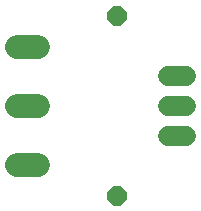
<source format=gbr>
G04 EAGLE Gerber RS-274X export*
G75*
%MOMM*%
%FSLAX34Y34*%
%LPD*%
%INSoldermask Top*%
%IPPOS*%
%AMOC8*
5,1,8,0,0,1.08239X$1,22.5*%
G01*
%ADD10P,1.759533X8X292.500000*%
%ADD11C,1.993900*%
%ADD12C,1.727200*%


D10*
X266700Y266700D03*
X266700Y114300D03*
D11*
X199654Y140500D02*
X181747Y140500D01*
X181747Y190500D02*
X199654Y190500D01*
X199654Y240500D02*
X181747Y240500D01*
D12*
X309880Y165100D02*
X325120Y165100D01*
X325120Y190500D02*
X309880Y190500D01*
X309880Y215900D02*
X325120Y215900D01*
M02*

</source>
